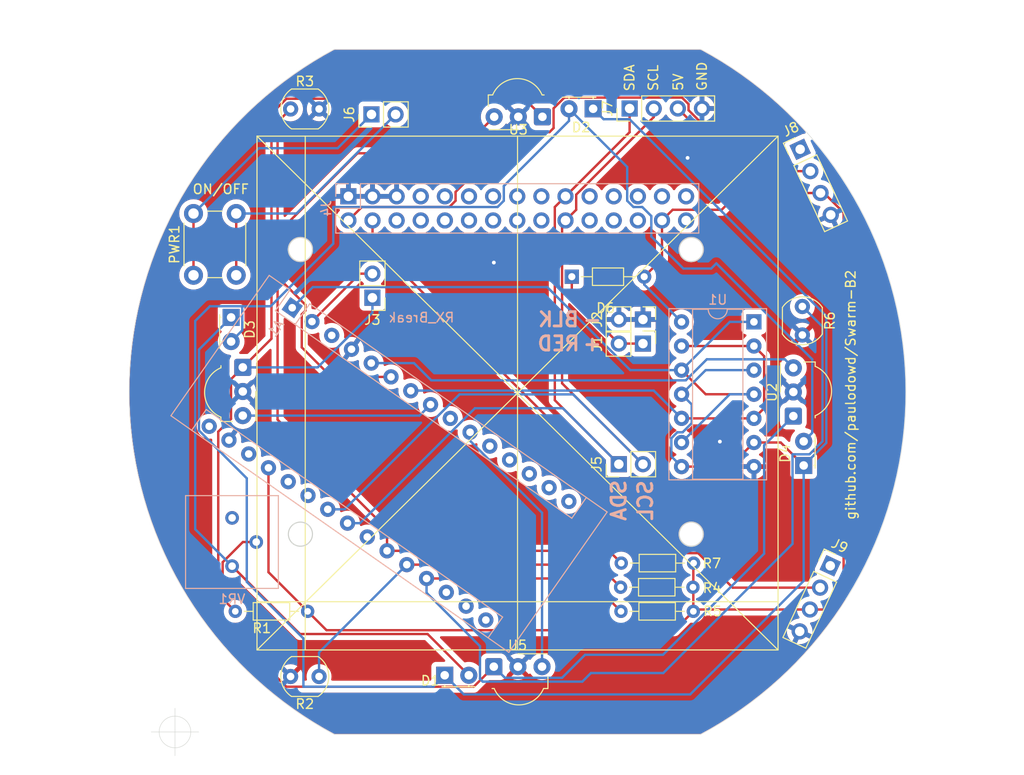
<source format=kicad_pcb>
(kicad_pcb (version 20221018) (generator pcbnew)
  (layers (0 "F.Cu" signal) (31 "B.Cu" signal) (34 "B.Paste" user) (35 "F.Paste" user) (36 "B.SilkS" user "B.Silkscreen") (37 "F.SilkS" user "F.Silkscreen") (38 "B.Mask" user) (39 "F.Mask" user) (44 "Edge.Cuts" user))
  (net 0 "")
  (net 8 "Net-(A1-D7)")
  (net 11 "Net-(A1-A5)")
  (net 12 "Net-(A1-D5)")
  (net 13 "Net-(A1-A4)")
  (net 14 "Net-(A1-D4)")
  (net 16 "Net-(A1-D3)")
  (net 17 "Net-(A1-D2)")
  (net 20 "Net-(A1-D0{slash}RX)")
  (net 22 "Net-(A1-D1{slash}TX)")
  (net 23 "Net-(D1-A)")
  (net 24 "Net-(D1-K)")
  (net 25 "Net-(D6-K)")
  (net 28 "GND")
  (net 29 "+5V")
  (net 31 "Net-(J4-Pin_2)")
  (net 32 "Net-(J4-Pin_4)")
  (net 33 "Net-(U2-OUT)")
  (net 34 "Net-(VR1-WIPER)")
  (net 58 "Net-(J6-Pad1)")
  (net 59 "Net-(J6-Pad2)")
  (net 60 "Net-(A1-A0)")
  (net 61 "Net-(A1-A1)")
  (net 62 "Net-(A1-A2)")
  (footprint "LED_THT:LED_D3.0mm_Horizontal_O1.27mm_Z2.0mm" (layer "F.Cu") (at 111.204 124.078)
    (fp_text reference "D1" (at -1.521803 0.573822) (layer "F.SilkS"))
    (fp_text value "IR_LED")
    (pad "1" thru_hole rect (at 0 0) (size 1.8 1.8) (drill 0.9) (layers "*.Cu" "*.Mask") (net 24 "Net-(D1-K)"))
    (pad "2" thru_hole circle (at 2.54 0) (size 1.8 1.8) (drill 0.9) (layers "*.Cu" "*.Mask") (net 23 "Net-(D1-A)"))
  )
  (footprint "LED_THT:LED_D3.0mm_Horizontal_O1.27mm_Z2.0mm" (layer "F.Cu") (at 126.834 64.428 180)
    (fp_text reference "D2" (at 1.27 -1.96) (layer "F.SilkS"))
    (fp_text value "IR_LED")
    (pad "1" thru_hole rect (at 0 0 180) (size 1.8 1.8) (drill 0.9) (layers "*.Cu" "*.Mask") (net 24 "Net-(D1-K)"))
    (pad "2" thru_hole circle (at 2.54 0 180) (size 1.8 1.8) (drill 0.9) (layers "*.Cu" "*.Mask") (net 23 "Net-(D1-A)"))
  )
  (footprint "LED_THT:LED_D3.0mm_Horizontal_O1.27mm_Z2.0mm" (layer "F.Cu") (at 88.714 86.398 -90)
    (fp_text reference "D3" (at 1.27 -1.96 90) (layer "F.SilkS"))
    (fp_text value "IR_LED")
    (pad "1" thru_hole rect (at 0 0 270) (size 1.8 1.8) (drill 0.9) (layers "*.Cu" "*.Mask") (net 24 "Net-(D1-K)"))
    (pad "2" thru_hole circle (at 2.54 0 270) (size 1.8 1.8) (drill 0.9) (layers "*.Cu" "*.Mask") (net 23 "Net-(D1-A)"))
  )
  (footprint "LED_THT:LED_D3.0mm_Horizontal_O1.27mm_Z2.0mm" (layer "F.Cu") (at 149.004 101.988 90)
    (fp_text reference "D4" (at 1.27 -1.96 90) (layer "F.SilkS"))
    (fp_text value "IR_LED")
    (pad "1" thru_hole rect (at 0 0 90) (size 1.8 1.8) (drill 0.9) (layers "*.Cu" "*.Mask") (net 24 "Net-(D1-K)"))
    (pad "2" thru_hole circle (at 2.54 0 90) (size 1.8 1.8) (drill 0.9) (layers "*.Cu" "*.Mask") (net 23 "Net-(D1-A)"))
  )
  (footprint "OptoDevice:Vishay_MOLD-3Pin" (layer "F.Cu") (at 89.944 91.658 -90)
    (fp_text reference "U4" hide)
    (fp_text value "TSDP34138")
    (pad "1" thru_hole roundrect (at 0 0 270) (size 1.8 1.8) (drill 0.9) (layers "*.Cu" "*.Mask") (roundrect_rratio 0.138) (net 33 "Net-(U2-OUT)"))
    (pad "2" thru_hole circle (at 2.54 0 270) (size 1.8 1.8) (drill 0.9) (layers "*.Cu" "*.Mask") (net 28 "GND"))
    (pad "3" thru_hole circle (at 5.08 0 270) (size 1.8 1.8) (drill 0.9) (layers "*.Cu" "*.Mask") (net 12 "Net-(A1-D5)"))
  )
  (footprint "Connector_PinHeader_2.54mm:PinHeader_1x02_P2.54mm_Vertical" (layer "F.Cu") (at 103.594 84.328 180)
    (fp_text reference "J3" (at 0 -2.33) (layer "F.SilkS"))
    (fp_text value "RX_Break")
    (pad "1" thru_hole rect (at 0 0 180) (size 1.7 1.7) (drill 1) (layers "*.Cu" "*.Mask") (net 33 "Net-(U2-OUT)"))
    (pad "2" thru_hole oval (at 0 2.54 180) (size 1.7 1.7) (drill 1) (layers "*.Cu" "*.Mask") (net 20 "Net-(A1-D0{slash}RX)"))
  )
  (footprint "OptoDevice:R_LDR_5.0x4.1mm_P3mm_Vertical" (layer "F.Cu") (at 148.864 85.248 -90)
    (fp_text reference "R6" (at 1.5 -2.9 90) (layer "F.SilkS"))
    (fp_text value "LDR")
    (pad "1" thru_hole circle (at 0 0 270) (size 1.6 1.6) (drill 0.8) (layers "*.Cu" "*.Mask") (net 60 "Net-(A1-A0)"))
    (pad "2" thru_hole circle (at 3 0 270) (size 1.6 1.6) (drill 0.8) (layers "*.Cu" "*.Mask") (net 28 "GND"))
  )
  (footprint "Diode_THT:D_DO-34_SOD68_P7.62mm_Horizontal" (layer "F.Cu") (at 124.589 82.11)
    (fp_text reference "D6" (at 3.556 3.302) (layer "F.SilkS"))
    (fp_text value "1N5819")
    (pad "1" thru_hole rect (at 0 0) (size 1.5 1.5) (drill 0.75) (layers "*.Cu" "*.Mask") (net 25 "Net-(D6-K)"))
    (pad "2" thru_hole oval (at 7.62 0) (size 1.5 1.5) (drill 0.75) (layers "*.Cu" "*.Mask") (net 29 "+5V"))
  )
  (footprint "Connector_PinHeader_2.54mm:PinHeader_1x02_P2.54mm_Vertical" (layer "F.Cu") (at 129.54 101.854 90)
    (fp_text reference "J5" (at 0 -2.33 90) (layer "F.SilkS"))
    (fp_text value "I2C_3Pi")
    (pad "1" thru_hole rect (at 0 0 90) (size 1.7 1.7) (drill 1) (layers "*.Cu" "*.Mask") (net 13 "Net-(A1-A4)"))
    (pad "2" thru_hole oval (at 0 2.54 90) (size 1.7 1.7) (drill 1) (layers "*.Cu" "*.Mask") (net 11 "Net-(A1-A5)"))
  )
  (footprint "Connector_PinHeader_2.54mm:PinHeader_1x02_P2.54mm_Vertical" (layer "F.Cu") (at 132.08 86.614 -90)
    (fp_text reference "J2" (at 0 4.826 90) (layer "F.SilkS"))
    (fp_text value "GND_3Pi")
    (pad "1" thru_hole rect (at 0 0 270) (size 1.7 1.7) (drill 1) (layers "*.Cu" "*.Mask") (net 28 "GND"))
    (pad "2" thru_hole oval (at 0 2.54 270) (size 1.7 1.7) (drill 1) (layers "*.Cu" "*.Mask") (net 28 "GND"))
  )
  (footprint "Connector_PinHeader_2.54mm:PinHeader_1x02_P2.54mm_Vertical" (layer "F.Cu") (at 132.08 89.154 -90)
    (fp_text reference "J1" (at 0 4.826 90) (layer "F.SilkS"))
    (fp_text value "5v_3Pi")
    (pad "1" thru_hole rect (at 0 0 270) (size 1.7 1.7) (drill 1) (layers "*.Cu" "*.Mask") (net 25 "Net-(D6-K)"))
    (pad "2" thru_hole oval (at 0 2.54 270) (size 1.7 1.7) (drill 1) (layers "*.Cu" "*.Mask") (net 25 "Net-(D6-K)"))
  )
  (footprint "Resistor_THT:R_Axial_DIN0204_L3.6mm_D1.6mm_P7.62mm_Horizontal" (layer "F.Cu") (at 96.774 117.348 180)
    (fp_text reference "R1" (at 4.826 -1.778) (layer "F.SilkS"))
    (fp_text value "15R_IRLED")
    (pad "1" thru_hole circle (at 0 0 180) (size 1.4 1.4) (drill 0.7) (layers "*.Cu" "*.Mask") (net 29 "+5V"))
    (pad "2" thru_hole oval (at 7.62 0 180) (size 1.4 1.4) (drill 0.7) (layers "*.Cu" "*.Mask") (net 34 "Net-(VR1-WIPER)"))
  )
  (footprint "Resistor_THT:R_Axial_DIN0204_L3.6mm_D1.6mm_P7.62mm_Horizontal" (layer "F.Cu") (at 137.384 117.348 180)
    (fp_text reference "R5" (at -2.02 0) (layer "F.SilkS"))
    (fp_text value "10K_LDR")
    (pad "1" thru_hole circle (at 0 0 180) (size 1.4 1.4) (drill 0.7) (layers "*.Cu" "*.Mask") (net 29 "+5V"))
    (pad "2" thru_hole oval (at 7.62 0 180) (size 1.4 1.4) (drill 0.7) (layers "*.Cu" "*.Mask") (net 60 "Net-(A1-A0)"))
  )
  (footprint "Connector_PinHeader_2.54mm:PinHeader_1x02_P2.54mm_Vertical" (layer "F.Cu") (at 103.492 65.024 90)
    (fp_text reference "J6" (at 0 -2.33 90) (layer "F.SilkS"))
    (fp_text value "3PI_SWTCH")
    (pad "1" thru_hole rect (at 0 0 90) (size 1.7 1.7) (drill 1) (layers "*.Cu" "*.Mask") (net 58 "Net-(J6-Pad1)"))
    (pad "2" thru_hole oval (at 0 2.54 90) (size 1.7 1.7) (drill 1) (layers "*.Cu" "*.Mask") (net 59 "Net-(J6-Pad2)"))
  )
  (footprint "Button_Switch_THT:SW_PUSH_6mm" (layer "F.Cu") (at 84.754 81.958 90)
    (fp_text reference "PWR1" (at 3.25 -2 90) (layer "F.SilkS"))
    (fp_text value "Bttn")
    (pad "1" thru_hole circle (at 0 0 180) (size 2 2) (drill 1.1) (layers "*.Cu" "*.Mask") (net 58 "Net-(J6-Pad1)"))
    (pad "1" thru_hole circle (at 6.5 0 180) (size 2 2) (drill 1.1) (layers "*.Cu" "*.Mask") (net 58 "Net-(J6-Pad1)"))
    (pad "2" thru_hole circle (at 0 4.5 180) (size 2 2) (drill 1.1) (layers "*.Cu" "*.Mask") (net 59 "Net-(J6-Pad2)"))
    (pad "2" thru_hole circle (at 6.5 4.5 180) (size 2 2) (drill 1.1) (layers "*.Cu" "*.Mask") (net 59 "Net-(J6-Pad2)"))
  )
  (footprint "OptoDevice:R_LDR_5.0x4.1mm_P3mm_Vertical" (layer "F.Cu") (at 94.979 64.448)
    (fp_text reference "R3" (at 1.5 -2.9) (layer "F.SilkS"))
    (fp_text value "LDR")
    (pad "1" thru_hole circle (at 0 0) (size 1.6 1.6) (drill 0.8) (layers "*.Cu" "*.Mask") (net 62 "Net-(A1-A2)"))
    (pad "2" thru_hole circle (at 3 0) (size 1.6 1.6) (drill 0.8) (layers "*.Cu" "*.Mask") (net 28 "GND"))
  )
  (footprint "Connector_PinHeader_2.54mm:PinHeader_1x04_P2.54mm_Vertical" (layer "F.Cu") (at 130.674 64.4 90)
    (fp_text reference "J7" (at 0 -2.33 90) (layer "F.SilkS"))
    (fp_text value "I2C_Exp")
    (pad "1" thru_hole rect (at 0 0 90) (size 1.7 1.7) (drill 1) (layers "*.Cu" "*.Mask") (net 13 "Net-(A1-A4)"))
    (pad "2" thru_hole oval (at 0 2.54 90) (size 1.7 1.7) (drill 1) (layers "*.Cu" "*.Mask") (net 11 "Net-(A1-A5)"))
    (pad "3" thru_hole oval (at 0 5.08 90) (size 1.7 1.7) (drill 1) (layers "*.Cu" "*.Mask") (net 29 "+5V"))
    (pad "4" thru_hole oval (at 0 7.62 90) (size 1.7 1.7) (drill 1) (layers "*.Cu" "*.Mask") (net 28 "GND"))
  )
  (footprint "Resistor_THT:R_Axial_DIN0204_L3.6mm_D1.6mm_P7.62mm_Horizontal" (layer "F.Cu") (at 137.414 112.268 180)
    (fp_text reference "R7" (at -1.915 -0.03) (layer "F.SilkS"))
    (fp_text value "10K_LDR")
    (pad "1" thru_hole circle (at 0 0 180) (size 1.4 1.4) (drill 0.7) (layers "*.Cu" "*.Mask") (net 29 "+5V"))
    (pad "2" thru_hole oval (at 7.62 0 180) (size 1.4 1.4) (drill 0.7) (layers "*.Cu" "*.Mask") (net 62 "Net-(A1-A2)"))
  )
  (footprint "OptoDevice:R_LDR_5.0x4.1mm_P3mm_Vertical" (layer "F.Cu") (at 97.974 124.208 180)
    (fp_text reference "R2" (at 1.5 -2.9) (layer "F.SilkS"))
    (fp_text value "LDR")
    (pad "1" thru_hole circle (at 0 0 180) (size 1.6 1.6) (drill 0.8) (layers "*.Cu" "*.Mask") (net 61 "Net-(A1-A1)"))
    (pad "2" thru_hole circle (at 3 0 180) (size 1.6 1.6) (drill 0.8) (layers "*.Cu" "*.Mask") (net 28 "GND"))
  )
  (footprint "Resistor_THT:R_Axial_DIN0204_L3.6mm_D1.6mm_P7.62mm_Horizontal" (layer "F.Cu") (at 137.344 114.808 180)
    (fp_text reference "R4" (at -2.01 -0.09) (layer "F.SilkS"))
    (fp_text value "10K_LDR")
    (pad "1" thru_hole circle (at 0 0 180) (size 1.4 1.4) (drill 0.7) (layers "*.Cu" "*.Mask") (net 29 "+5V"))
    (pad "2" thru_hole oval (at 7.62 0 180) (size 1.4 1.4) (drill 0.7) (layers "*.Cu" "*.Mask") (net 61 "Net-(A1-A1)"))
  )
  (footprint "Connector_PinHeader_2.54mm:PinHeader_1x04_P2.54mm_Vertical" (layer "F.Cu") (at 148.633649 68.693935 25)
    (fp_text reference "J8" (at 0 -2.33 25) (layer "F.SilkS"))
    (fp_text value "ProxA")
    (pad "1" thru_hole rect (at 0 0 25) (size 1.7 1.7) (drill 1) (layers "*.Cu" "*.Mask"))
    (pad "2" thru_hole oval (at 0 2.54 25) (size 1.7 1.7) (drill 1) (layers "*.Cu" "*.Mask") (net 31 "Net-(J4-Pin_2)"))
    (pad "3" thru_hole oval (at 0 5.08 25) (size 1.7 1.7) (drill 1) (layers "*.Cu" "*.Mask") (net 29 "+5V"))
    (pad "4" thru_hole oval (at 0 7.62 25) (size 1.7 1.7) (drill 1) (layers "*.Cu" "*.Mask") (net 28 "GND"))
  )
  (footprint "OptoDevice:Vishay_MOLD-3Pin" (layer "F.Cu") (at 116.374 123.173)
    (fp_text reference "U5" (at 2.5 -2.25) (layer "F.SilkS"))
    (fp_text value "TSDP34138")
    (pad "1" thru_hole roundrect (at 0 0) (size 1.8 1.8) (drill 0.9) (layers "*.Cu" "*.Mask") (roundrect_rratio 0.138) (net 33 "Net-(U2-OUT)"))
    (pad "2" thru_hole circle (at 2.54 0) (size 1.8 1.8) (drill 0.9) (layers "*.Cu" "*.Mask") (net 28 "GND"))
    (pad "3" thru_hole circle (at 5.08 0) (size 1.8 1.8) (drill 0.9) (layers "*.Cu" "*.Mask") (net 8 "Net-(A1-D7)"))
  )
  (footprint "Connector_PinHeader_2.54mm:PinHeader_1x04_P2.54mm_Vertical" (layer "F.Cu") (at 151.804 112.55 -25)
    (fp_text reference "J9" (at 0 -2.33 155) (layer "F.SilkS"))
    (fp_text value "ProxB")
    (pad "1" thru_hole rect (at 0 0 335) (size 1.7 1.7) (drill 1) (layers "*.Cu" "*.Mask"))
    (pad "2" thru_hole oval (at 0 2.54 335) (size 1.7 1.7) (drill 1) (layers "*.Cu" "*.Mask") (net 32 "Net-(J4-Pin_4)"))
    (pad "3" thru_hole oval (at 0 5.08 335) (size 1.7 1.7) (drill 1) (layers "*.Cu" "*.Mask") (net 29 "+5V"))
    (pad "4" thru_hole oval (at 0 7.62 335) (size 1.7 1.7) (drill 1) (layers "*.Cu" "*.Mask") (net 28 "GND"))
  )
  (footprint "OptoDevice:Vishay_MOLD-3Pin" (layer "F.Cu") (at 121.494 65.273 180)
    (fp_text reference "U3" (at 2.54 -1.36) (layer "F.SilkS"))
    (fp_text value "TSDP34138")
    (pad "1" thru_hole roundrect (at 0 0 180) (size 1.8 1.8) (drill 0.9) (layers "*.Cu" "*.Mask") (roundrect_rratio 0.138) (net 33 "Net-(U2-OUT)"))
    (pad "2" thru_hole circle (at 2.54 0 180) (size 1.8 1.8) (drill 0.9) (layers "*.Cu" "*.Mask") (net 28 "GND"))
    (pad "3" thru_hole circle (at 5.08 0 180) (size 1.8 1.8) (drill 0.9) (layers "*.Cu" "*.Mask") (net 16 "Net-(A1-D3)"))
  )
  (footprint "OptoDevice:Vishay_MOLD-3Pin" (layer "F.Cu") (at 147.914 96.788 90)
    (fp_text reference "U2" (at 2.5 -2.25 90) (layer "F.SilkS"))
    (fp_text value "TSDP34138")
    (pad "1" thru_hole roundrect (at 0 0 90) (size 1.8 1.8) (drill 0.9) (layers "*.Cu" "*.Mask") (roundrect_rratio 0.138) (net 33 "Net-(U2-OUT)"))
    (pad "2" thru_hole circle (at 2.54 0 90) (size 1.8 1.8) (drill 0.9) (layers "*.Cu" "*.Mask") (net 28 "GND"))
    (pad "3" thru_hole circle (at 5.08 0 90) (size 1.8 1.8) (drill 0.9) (layers "*.Cu" "*.Mask") (net 17 "Net-(A1-D2)"))
  )
  (footprint "Module:Arduino_Nano" (layer "B.Cu") (at 95.148197 85.378397 -125)
    (fp_text reference "A1" (at 2.760458 0.159755 55) (layer "B.SilkS") (effects (justify mirror)))
    (fp_text value "Arduino_Nano_v3.x")
    (pad "1" thru_hole rect (at 0 0 235) (size 1.6 1.6) (drill 0.8) (layers "*.Cu" "*.Mask") (net 22 "Net-(A1-D1{slash}TX)"))
    (pad "2" thru_hole oval (at 0 -2.54 235) (size 1.6 1.6) (drill 0.8) (layers "*.Cu" "*.Mask") (net 20 "Net-(A1-D0{slash}RX)"))
    (pad "3" thru_hole oval (at 0 -5.08 235) (size 1.6 1.6) (drill 0.8) (layers "*.Cu" "*.Mask"))
    (pad "4" thru_hole oval (at 0 -7.62 235) (size 1.6 1.6) (drill 0.8) (layers "*.Cu" "*.Mask") (net 28 "GND"))
    (pad "5" thru_hole oval (at 0 -10.16 235) (size 1.6 1.6) (drill 0.8) (layers "*.Cu" "*.Mask") (net 17 "Net-(A1-D2)"))
    (pad "6" thru_hole oval (at 0 -12.7 235) (size 1.6 1.6) (drill 0.8) (layers "*.Cu" "*.Mask") (net 16 "Net-(A1-D3)"))
    (pad "7" thru_hole oval (at 0 -15.24 235) (size 1.6 1.6) (drill 0.8) (layers "*.Cu" "*.Mask") (net 14 "Net-(A1-D4)"))
    (pad "8" thru_hole oval (at 0 -17.78 235) (size 1.6 1.6) (drill 0.8) (layers "*.Cu" "*.Mask") (net 12 "Net-(A1-D5)"))
    (pad "9" thru_hole oval (at 0 -20.32 235) (size 1.6 1.6) (drill 0.8) (layers "*.Cu" "*.Mask"))
    (pad "10" thru_hole oval (at 0 -22.86 235) (size 1.6 1.6) (drill 0.8) (layers "*.Cu" "*.Mask") (net 8 "Net-(A1-D7)"))
    (pad "11" thru_hole oval (at 0 -25.4 235) (size 1.6 1.6) (drill 0.8) (layers "*.Cu" "*.Mask"))
    (pad "12" thru_hole oval (at 0 -27.94 235) (size 1.6 1.6) (drill 0.8) (layers "*.Cu" "*.Mask"))
    (pad "13" thru_hole oval (at 0 -30.48 235) (size 1.6 1.6) (drill 0.8) (layers "*.Cu" "*.Mask"))
    (pad "14" thru_hole oval (at 0 -33.02 235) (size 1.6 1.6) (drill 0.8) (layers "*.Cu" "*.Mask"))
    (pad "15" thru_hole oval (at 0 -35.56 235) (size 1.6 1.6) (drill 0.8) (layers "*.Cu" "*.Mask"))
    (pad "16" thru_hole oval (at 15.24 -35.56 235) (size 1.6 1.6) (drill 0.8) (layers "*.Cu" "*.Mask"))
    (pad "17" thru_hole oval (at 15.24 -33.02 235) (size 1.6 1.6) (drill 0.8) (layers "*.Cu" "*.Mask"))
    (pad "18" thru_hole oval (at 15.24 -30.48 235) (size 1.6 1.6) (drill 0.8) (layers "*.Cu" "*.Mask"))
    (pad "19" thru_hole oval (at 15.24 -27.94 235) (size 1.6 1.6) (drill 0.8) (layers "*.Cu" "*.Mask") (net 60 "Net-(A1-A0)"))
    (pad "20" thru_hole oval (at 15.24 -25.4 235) (size 1.6 1.6) (drill 0.8) (layers "*.Cu" "*.Mask") (net 61 "Net-(A1-A1)"))
    (pad "21" thru_hole oval (at 15.24 -22.86 235) (size 1.6 1.6) (drill 0.8) (layers "*.Cu" "*.Mask") (net 62 "Net-(A1-A2)"))
    (pad "22" thru_hole oval (at 15.24 -20.32 235) (size 1.6 1.6) (drill 0.8) (layers "*.Cu" "*.Mask"))
    (pad "23" thru_hole oval (at 15.24 -17.78 235) (size 1.6 1.6) (drill 0.8) (layers "*.Cu" "*.Mask") (net 13 "Net-(A1-A4)"))
    (pad "24" thru_hole oval (at 15.24 -15.24 235) (size 1.6 1.6) (drill 0.8) (layers "*.Cu" "*.Mask") (net 11 "Net-(A1-A5)"))
    (pad "25" thru_hole oval (at 15.24 -12.7 235) (size 1.6 1.6) (drill 0.8) (layers "*.Cu" "*.Mask"))
    (pad "26" thru_hole oval (at 15.24 -10.16 235) (size 1.6 1.6) (drill 0.8) (layers "*.Cu" "*.Mask"))
    (pad "27" thru_hole oval (at 15.24 -7.62 235) (size 1.6 1.6) (drill 0.8) (layers "*.Cu" "*.Mask") (net 29 "+5V"))
    (pad "28" thru_hole oval (at 15.24 -5.08 235) (size 1.6 1.6) (drill 0.8) (layers "*.Cu" "*.Mask"))
    (pad "29" thru_hole oval (at 15.24 -2.54 235) (size 1.6 1.6) (drill 0.8) (layers "*.Cu" "*.Mask") (net 28 "GND"))
    (pad "30" thru_hole oval (at 15.24 0 235) (size 1.6 1.6) (drill 0.8) (layers "*.Cu" "*.Mask"))
  )
  (footprint "Package_DIP:DIP-14_W7.62mm_Socket" (layer "B.Cu") (at 143.764 86.868 180)
    (fp_text reference "U1" (at 3.81 2.33) (layer "B.SilkS") (effects (justify mirror)))
    (fp_text value "74LS32")
    (pad "1" thru_hole rect (at 0 0 180) (size 1.6 1.6) (drill 0.8) (layers "*.Cu" "*.Mask") (net 22 "Net-(A1-D1{slash}TX)"))
    (pad "2" thru_hole oval (at 0 -2.54 180) (size 1.6 1.6) (drill 0.8) (layers "*.Cu" "*.Mask") (net 14 "Net-(A1-D4)"))
    (pad "3" thru_hole oval (at 0 -5.08 180) (size 1.6 1.6) (drill 0.8) (layers "*.Cu" "*.Mask") (net 24 "Net-(D1-K)"))
    (pad "4" thru_hole oval (at 0 -7.62 180) (size 1.6 1.6) (drill 0.8) (layers "*.Cu" "*.Mask") (net 22 "Net-(A1-D1{slash}TX)"))
    (pad "5" thru_hole oval (at 0 -10.16 180) (size 1.6 1.6) (drill 0.8) (layers "*.Cu" "*.Mask") (net 14 "Net-(A1-D4)"))
    (pad "6" thru_hole oval (at 0 -12.7 180) (size 1.6 1.6) (drill 0.8) (layers "*.Cu" "*.Mask") (net 24 "Net-(D1-K)"))
    (pad "7" thru_hole oval (at 0 -15.24 180) (size 1.6 1.6) (drill 0.8) (layers "*.Cu" "*.Mask") (net 28 "GND"))
    (pad "8" thru_hole oval (at 7.62 -15.24 180) (size 1.6 1.6) (drill 0.8) (layers "*.Cu" "*.Mask") (net 24 "Net-(D1-K)"))
    (pad "9" thru_hole oval (at 7.62 -12.7 180) (size 1.6 1.6) (drill 0.8) (layers "*.Cu" "*.Mask") (net 22 "Net-(A1-D1{slash}TX)"))
    (pad "10" thru_hole oval (at 7.62 -10.16 180) (size 1.6 1.6) (drill 0.8) (layers "*.Cu" "*.Mask") (net 14 "Net-(A1-D4)"))
    (pad "11" thru_hole oval (at 7.62 -7.62 180) (size 1.6 1.6) (drill 0.8) (layers "*.Cu" "*.Mask") (net 24 "Net-(D1-K)"))
    (pad "12" thru_hole oval (at 7.62 -5.08 180) (size 1.6 1.6) (drill 0.8) (layers "*.Cu" "*.Mask") (net 22 "Net-(A1-D1{slash}TX)"))
    (pad "13" thru_hole oval (at 7.62 -2.54 180) (size 1.6 1.6) (drill 0.8) (layers "*.Cu" "*.Mask") (net 14 "Net-(A1-D4)"))
    (pad "14" thru_hole oval (at 7.62 0 180) (size 1.6 1.6) (drill 0.8) (layers "*.Cu" "*.Mask") (net 29 "+5V"))
  )
  (footprint "Potentiometer_THT:Potentiometer_Bourns_3386P_Vertical" (layer "B.Cu") (at 88.819 107.508)
    (fp_text reference "VR1" (at -0.015 8.555) (layer "B.SilkS") (effects (justify mirror)))
    (fp_text value "1K_Pot_IRLED")
    (pad "1" thru_hole circle (at 0 0) (size 1.44 1.44) (drill 0.8) (layers "*.Cu" "*.Mask"))
    (pad "2" thru_hole circle (at 2.54 2.54) (size 1.44 1.44) (drill 0.8) (layers "*.Cu" "*.Mask") (net 34 "Net-(VR1-WIPER)"))
    (pad "3" thru_hole circle (at 0 5.08) (size 1.44 1.44) (drill 0.8) (layers "*.Cu" "*.Mask") (net 23 "Net-(D1-A)"))
  )
  (footprint "Connector_PinHeader_2.54mm:PinHeader_2x15_P2.54mm_Vertical" (layer "B.Cu") (at 101.064 73.648 -90)
    (fp_text reference "J4" (at 1.27 2.33 90) (layer "B.SilkS") (effects (justify mirror)))
    (fp_text value "Conn_02x15_Top_Bottom")
    (pad "1" thru_hole rect (at 0 0 270) (size 1.7 1.7) (drill 1) (layers "*.Cu" "*.Mask") (net 28 "GND"))
    (pad "2" thru_hole oval (at 2.54 0 270) (size 1.7 1.7) (drill 1) (layers "*.Cu" "*.Mask") (net 31 "Net-(J4-Pin_2)"))
    (pad "3" thru_hole oval (at 0 -2.54 270) (size 1.7 1.7) (drill 1) (layers "*.Cu" "*.Mask") (net 28 "GND"))
    (pad "4" thru_hole oval (at 2.54 -2.54 270) (size 1.7 1.7) (drill 1) (layers "*.Cu" "*.Mask") (net 32 "Net-(J4-Pin_4)"))
    (pad "5" thru_hole oval (at 0 -5.08 270) (size 1.7 1.7) (drill 1) (layers "*.Cu" "*.Mask") (net 28 "GND"))
    (pad "6" thru_hole oval (at 2.54 -5.08 270) (size 1.7 1.7) (drill 1) (layers "*.Cu" "*.Mask"))
    (pad "7" thru_hole oval (at 0 -7.62 270) (size 1.7 1.7) (drill 1) (layers "*.Cu" "*.Mask"))
    (pad "8" thru_hole oval (at 2.54 -7.62 270) (size 1.7 1.7) (drill 1) (layers "*.Cu" "*.Mask"))
    (pad "9" thru_hole oval (at 0 -10.16 270) (size 1.7 1.7) (drill 1) (layers "*.Cu" "*.Mask"))
    (pad "10" thru_hole oval (at 2.54 -10.16 270) (size 1.7 1.7) (drill 1) (layers "*.Cu" "*.Mask"))
    (pad "11" thru_hole oval (at 0 -12.7 270) (size 1.7 1.7) (drill 1) (layers "*.Cu" "*.Mask"))
    (pad "12" thru_hole oval (at 2.54 -12.7 270) (size 1.7 1.7) (drill 1) (layers "*.Cu" "*.Mask"))
    (pad "13" thru_hole oval (at 0 -15.24 270) (size 1.7 1.7) (drill 1) (layers "*.Cu" "*.Mask"))
    (pad "14" thru_hole oval (at 2.54 -15.24 270) (size 1.7 1.7) (drill 1) (layers "*.Cu" "*.Mask"))
    (pad "15" thru_hole oval (at 0 -17.78 270) (size 1.7 1.7) (drill 1) (layers "*.Cu" "*.Mask"))
    (pad "16" thru_hole oval (at 2.54 -17.78 270) (size 1.7 1.7) (drill 1) (layers "*.Cu" "*.Mask"))
    (pad "17" thru_hole oval (at 0 -20.32 270) (size 1.7 1.7) (drill 1) (layers "*.Cu" "*.Mask"))
    (pad "18" thru_hole oval (at 2.54 -20.32 270) (size 1.7 1.7) (drill 1) (layers "*.Cu" "*.Mask"))
    (pad "19" thru_hole oval (at 0 -22.86 270) (size 1.7 1.7) (drill 1) (layers "*.Cu" "*.Mask") (net 13 "Net-(A1-A4)"))
    (pad "20" thru_hole oval (at 2.54 -22.86 270) (size 1.7 1.7) (drill 1) (layers "*.Cu" "*.Mask") (net 11 "Net-(A1-A5)"))
    (pad "21" thru_hole oval (at 0 -25.4 270) (size 1.7 1.7) (drill 1) (layers "*.Cu" "*.Mask"))
    (pad "22" thru_hole oval (at 2.54 -25.4 270) (size 1.7 1.7) (drill 1) (layers "*.Cu" "*.Mask"))
    (pad "23" thru_hole oval (at 0 -27.94 270) (size 1.7 1.7) (drill 1) (layers "*.Cu" "*.Mask"))
    (pad "24" thru_hole oval (at 2.54 -27.94 270) (size 1.7 1.7) (drill 1) (layers "*.Cu" "*.Mask"))
    (pad "25" thru_hole oval (at 0 -30.48 270) (size 1.7 1.7) (drill 1) (layers "*.Cu" "*.Mask"))
    (pad "26" thru_hole oval (at 2.54 -30.48 270) (size 1.7 1.7) (drill 1) (layers "*.Cu" "*.Mask"))
    (pad "27" thru_hole oval (at 0 -33.02 270) (size 1.7 1.7) (drill 1) (layers "*.Cu" "*.Mask"))
    (pad "28" thru_hole oval (at 2.54 -33.02 270) (size 1.7 1.7) (drill 1) (layers "*.Cu" "*.Mask") (net 29 "+5V"))
    (pad "29" thru_hole oval (at 0 -35.56 270) (size 1.7 1.7) (drill 1) (layers "*.Cu" "*.Mask"))
    (pad "30" thru_hole oval (at 2.54 -35.56 270) (size 1.7 1.7) (drill 1) (layers "*.Cu" "*.Mask"))
  )
  (gr_line (start 91.44 67.31) (end 91.44 121.412) (stroke (width 0.12)) (layer "F.SilkS"))
  (gr_line (start 146.304 67.31) (end 146.304 121.412) (stroke (width 0.12)) (layer "F.SilkS"))
  (gr_line (start 91.44 121.412) (end 146.304 67.31) (stroke (width 0.12)) (layer "F.SilkS"))
  (gr_line (start 96.52 67.31) (end 96.52 121.412) (stroke (width 0.12)) (layer "F.SilkS"))
  (gr_line (start 118.872 67.31) (end 118.872 121.412) (stroke (width 0.12)) (layer "F.SilkS"))
  (gr_line (start 91.44 116.332) (end 146.304 116.332) (stroke (width 0.12)) (layer "F.SilkS"))
  (gr_line (start 91.44 67.31) (end 146.304 67.31) (stroke (width 0.12)) (layer "F.SilkS"))
  (gr_line (start 91.44 121.412) (end 146.304 121.412) (stroke (width 0.12)) (layer "F.SilkS"))
  (gr_line (start 91.44 67.31) (end 146.304 121.412) (stroke (width 0.12)) (layer "F.SilkS"))
  (gr_circle (center 96.012 79.248) (end 97.282 79.248) (stroke (width 0.12)) (fill none) (layer "Edge.Cuts"))
  (gr_line (start 99.568001 58.166) (end 138.176 58.166) (stroke (width 0.05)) (layer "Edge.Cuts"))
  (gr_circle (center 137.16 109.22) (end 138.43 109.22) (stroke (width 0.12)) (fill none) (layer "Edge.Cuts"))
  (gr_arc (start 99.568 130.301999) (mid 77.963016 94.234) (end 99.568001 58.166001) (stroke (width 0.05)) (layer "Edge.Cuts"))
  (gr_circle (center 96.012 109.22) (end 97.282 109.22) (stroke (width 0.12)) (fill none) (layer "Edge.Cuts"))
  (gr_line (start 138.175999 130.301999) (end 99.568 130.301999) (stroke (width 0.05)) (layer "Edge.Cuts"))
  (gr_circle (center 137.16 79.248) (end 138.43 79.248) (stroke (width 0.12)) (fill none) (layer "Edge.Cuts"))
  (gr_arc (start 138.176 58.166001) (mid 159.780984 94.234) (end 138.175999 130.301999) (stroke (width 0.05)) (layer "Edge.Cuts"))
  (gr_text "SDA" (at 129.54 105.664 90) (layer "B.SilkS") (effects (font (size 1.5 1.5) (thickness 0.3)) (justify mirror)))
  (gr_text "-" (at 126.746 86.614) (layer "B.SilkS") (effects (font (size 1.5 1.5) (thickness 0.3))))
  (gr_text "+" (at 126.746 89.154) (layer "B.SilkS") (effects (font (size 1.5 1.5) (thickness 0.3))))
  (gr_text "RX_Break" (at 112.304 87) (layer "B.SilkS") (effects (font (size 1 1)) (justify left bottom mirror)))
  (gr_text "RED" (at 123.19 89.154) (layer "B.SilkS") (effects (font (size 1.5 1.5) (thickness 0.3)) (justify mirror)))
  (gr_text "SCL" (at 132.334 105.664 90) (layer "B.SilkS") (effects (font (size 1.5 1.5) (thickness 0.3)) (justify mirror)))
  (gr_text "BLK" (at 123.19 86.614) (layer "B.SilkS") (effects (font (size 1.5 1.5) (thickness 0.3)) (justify mirror)))
  (gr_text "github.com/paulodowd/Swarm-B2" (at 153.954 94.55 90) (layer "F.SilkS") (effects (font (size 1 1))))
  (gr_text "SDA" (at 131.254 62.675 90) (layer "F.SilkS") (effects (font (size 1 1)) (justify left bottom)))
  (gr_text "GND" (at 138.879 62.625 90) (layer "F.SilkS") (effects (font (size 1 1)) (justify left bottom)))
  (gr_text "ON/OFF" (at 87.63 72.898) (layer "F.SilkS") (effects (font (size 1 1))))
  (gr_text "SCL" (at 133.754 62.65 90) (layer "F.SilkS") (effects (font (size 1 1)) (justify left bottom)))
  (gr_text "5V" (at 136.379 62.625 90) (layer "F.SilkS") (effects (font (size 1 1)) (justify left bottom)))
  (target plus (at 82.804 130.048) (size 5) (width 0.05) (layer "Edge.Cuts"))
  (segment (start 121.454 123.173) (end 121.454 106.966859) (width 0.25) (layer "B.Cu") (net 8))
  (segment (start 121.454 106.966859) (end 113.874013 99.386872) (width 0.25) (layer "B.Cu") (net 8))
  (segment (start 113.874013 99.386872) (end 113.874013 98.490354) (width 0.25) (layer "B.Cu") (net 8))
  (segment (start 125.049 73.472009) (end 125.049 75.063) (width 0.25) (layer "F.Cu") (net 11))
  (segment (start 125.049 75.063) (end 123.924 76.188) (width 0.25) (layer "F.Cu") (net 11))
  (segment (start 123.564 93.338) (end 123.564 76.548) (width 0.25) (layer "F.Cu") (net 11))
  (segment (start 133.214 65.307009) (end 125.049 73.472009) (width 0.25) (layer "F.Cu") (net 11))
  (segment (start 123.564 76.548) (end 123.924 76.188) (width 0.25) (layer "F.Cu") (net 11))
  (segment (start 133.214 64.4) (end 133.214 65.307009) (width 0.25) (layer "F.Cu") (net 11))
  (segment (start 132.08 101.854) (end 123.564 93.338) (width 0.25) (layer "F.Cu") (net 11))
  (segment (start 132.08 101.854) (end 124.727586 94.501586) (width 0.25) (layer "B.Cu") (net 11))
  (segment (start 100.660421 106.603579) (end 98.890769 106.603579) (width 0.25) (layer "B.Cu") (net 11))
  (segment (start 124.727586 94.501586) (end 112.762414 94.501586) (width 0.25) (layer "B.Cu") (net 11))
  (segment (start 112.762414 94.501586) (end 100.660421 106.603579) (width 0.25) (layer "B.Cu") (net 11))
  (segment (start 89.944 96.738) (end 108.551306 96.738) (width 0.25) (layer "B.Cu") (net 12))
  (segment (start 108.551306 96.738) (end 109.71272 95.576586) (width 0.25) (layer "B.Cu") (net 12))
  (segment (start 130.674 66.898) (end 123.924 73.648) (width 0.25) (layer "F.Cu") (net 13))
  (segment (start 130.674 64.4) (end 130.674 66.898) (width 0.25) (layer "F.Cu") (net 13))
  (segment (start 122.799 74.773) (end 123.924 73.648) (width 0.25) (layer "F.Cu") (net 13))
  (segment (start 129.54 101.854) (end 122.799 95.113) (width 0.25) (layer "F.Cu") (net 13))
  (segment (start 122.799 95.113) (end 122.799 74.773) (width 0.25) (layer "F.Cu") (net 13))
  (segment (start 102.286654 108.060463) (end 100.971415 108.060463) (width 0.25) (layer "B.Cu") (net 13))
  (segment (start 129.54 101.854) (end 123.64447 95.95847) (width 0.25) (layer "B.Cu") (net 13))
  (segment (start 114.388647 95.95847) (end 102.286654 108.060463) (width 0.25) (layer "B.Cu") (net 13))
  (segment (start 123.64447 95.95847) (end 114.388647 95.95847) (width 0.25) (layer "B.Cu") (net 13))
  (segment (start 144.839 95.953) (end 143.764 97.028) (width 0.25) (layer "F.Cu") (net 14))
  (segment (start 143.764 97.028) (end 136.144 97.028) (width 0.25) (layer "F.Cu") (net 14))
  (segment (start 143.764 89.408) (end 144.839 90.483) (width 0.25) (layer "F.Cu") (net 14))
  (segment (start 136.144 89.408) (end 143.764 89.408) (width 0.25) (layer "F.Cu") (net 14))
  (segment (start 144.839 90.483) (end 144.839 95.953) (width 0.25) (layer "F.Cu") (net 14))
  (segment (start 133.217586 94.101586) (end 136.144 97.028) (width 0.25) (layer "B.Cu") (net 14))
  (segment (start 107.632074 94.119702) (end 107.65019 94.101586) (width 0.25) (layer "B.Cu") (net 14))
  (segment (start 107.65019 94.101586) (end 133.217586 94.101586) (width 0.25) (layer "B.Cu") (net 14))
  (segment (start 105.551428 92.662818) (end 99.266818 92.662818) (width 0.25) (layer "F.Cu") (net 16))
  (segment (start 96.53738 85.068028) (end 94.006484 82.537132) (width 0.25) (layer "F.Cu") (net 16))
  (segment (start 94.006484 82.537132) (end 94.006484 77.131832) (width 0.25) (layer "F.Cu") (net 16))
  (segment (start 112.572 69.115) (end 102.023315 69.115) (width 0.25) (layer "F.Cu") (net 16))
  (segment (start 96.53738 85.688766) (end 96.53738 85.068028) (width 0.25) (layer "F.Cu") (net 16))
  (segment (start 94.733658 76.404658) (end 94.548666 76.589649) (width 0.25) (layer "F.Cu") (net 16))
  (segment (start 116.414 65.273) (end 112.572 69.115) (width 0.25) (layer "F.Cu") (net 16))
  (segment (start 94.006484 77.131832) (end 94.733658 76.404658) (width 0.25) (layer "F.Cu") (net 16))
  (segment (start 96.153843 86.072303) (end 96.53738 85.688766) (width 0.25) (layer "F.Cu") (net 16))
  (segment (start 102.023315 69.115) (end 94.733658 76.404658) (width 0.25) (layer "F.Cu") (net 16))
  (segment (start 99.266818 92.662818) (end 96.153843 89.549843) (width 0.25) (layer "F.Cu") (net 16))
  (segment (start 96.153843 89.549843) (end 96.153843 86.072303) (width 0.25) (layer "F.Cu") (net 16))
  (segment (start 138.80428 90.808) (end 136.58928 93.023) (width 0.25) (layer "B.Cu") (net 17))
  (segment (start 147.914 91.708) (end 147.014 90.808) (width 0.25) (layer "B.Cu") (net 17))
  (segment (start 107.969934 91.205934) (end 103.470782 91.205934) (width 0.25) (layer "B.Cu") (net 17))
  (segment (start 147.014 90.808) (end 138.80428 90.808) (width 0.25) (layer "B.Cu") (net 17))
  (segment (start 109.787 93.023) (end 107.969934 91.205934) (width 0.25) (layer "B.Cu") (net 17))
  (segment (start 136.58928 93.023) (end 109.787 93.023) (width 0.25) (layer "B.Cu") (net 17))
  (segment (start 103.594 81.788) (end 102.276124 81.788) (width 0.25) (layer "F.Cu") (net 20))
  (segment (start 102.276124 81.788) (end 97.228843 86.835281) (width 0.25) (layer "F.Cu") (net 20))
  (segment (start 138.684 94.488) (end 136.144 91.948) (width 0.25) (layer "F.Cu") (net 22))
  (segment (start 143.764 94.488) (end 138.684 94.488) (width 0.25) (layer "F.Cu") (net 22))
  (segment (start 141.224 94.488) (end 136.144 99.568) (width 0.25) (layer "B.Cu") (net 22))
  (segment (start 130.743009 91.948) (end 136.144 91.948) (width 0.25) (layer "B.Cu") (net 22))
  (segment (start 141.224 86.868) (end 136.144 91.948) (width 0.25) (layer "B.Cu") (net 22))
  (segment (start 97.323594 83.203) (end 121.998009 83.203) (width 0.25) (layer "B.Cu") (net 22))
  (segment (start 121.998009 83.203) (end 130.743009 91.948) (width 0.25) (layer "B.Cu") (net 22))
  (segment (start 143.764 94.488) (end 141.224 94.488) (width 0.25) (layer "B.Cu") (net 22))
  (segment (start 143.764 86.868) (end 141.224 86.868) (width 0.25) (layer "B.Cu") (net 22))
  (segment (start 95.148197 85.378397) (end 97.323594 83.203) (width 0.25) (layer "B.Cu") (net 22))
  (segment (start 95.964652 119.733652) (end 109.399652 119.733652) (width 0.25) (layer "F.Cu") (net 23))
  (segment (start 88.819 112.588) (end 95.964652 119.733652) (width 0.25) (layer "F.Cu") (net 23))
  (segment (start 109.399652 119.733652) (end 113.744 124.078) (width 0.25) (layer "F.Cu") (net 23))
  (segment (start 89.889 87.763) (end 88.714 88.938) (width 0.25) (layer "B.Cu") (net 23))
  (segment (start 139.263944 81.251498) (end 136.333692 81.251498) (width 0.25) (layer "B.Cu") (net 23))
  (segment (start 86.481 85.223) (end 89.889 85.223) (width 0.25) (layer "B.Cu") (net 23))
  (segment (start 124.294 64.428) (end 124.294 65.700792) (width 0.25) (layer "B.Cu") (net 23))
  (segment (start 149.904 98.548) (end 149.904 90.80828) (width 0.25) (layer "B.Cu") (net 23))
  (segment (start 99.471 74.773) (end 99.471 78.624515) (width 0.25) (layer "B.Cu") (net 23))
  (segment (start 132.959 75.722009) (end 132.009991 74.773) (width 0.25) (layer "B.Cu") (net 23))
  (segment (start 124.294 65.700792) (end 117.429 72.565792) (width 0.25) (layer "B.Cu") (net 23))
  (segment (start 117.429 74.113991) (end 116.769991 74.773) (width 0.25) (layer "B.Cu") (net 23))
  (segment (start 116.769991 74.773) (end 99.471 74.773) (width 0.25) (layer "B.Cu") (net 23))
  (segment (start 117.429 72.565792) (end 117.429 74.113991) (width 0.25) (layer "B.Cu") (net 23))
  (segment (start 136.333692 81.251498) (end 132.959 77.876806) (width 0.25) (layer "B.Cu") (net 23))
  (segment (start 139.805581 80.709861) (end 139.263944 81.251498) (width 0.25) (layer "B.Cu") (net 23))
  (segment (start 130.419 74.113991) (end 130.419 70.553) (width 0.25) (layer "B.Cu") (net 23))
  (segment (start 89.889 85.223) (end 89.889 87.763) (width 0.25) (layer "B.Cu") (net 23))
  (segment (start 132.009991 74.773) (end 131.078009 74.773) (width 0.25) (layer "B.Cu") (net 23))
  (segment (start 132.959 77.876806) (end 132.959 75.722009) (width 0.25) (layer "B.Cu") (net 23))
  (segment (start 99.471 78.624515) (end 92.872515 85.223) (width 0.25) (layer "B.Cu") (net 23))
  (segment (start 88.819 112.588) (end 84.931892 108.700892) (width 0.25) (layer "B.Cu") (net 23))
  (segment (start 131.078009 74.773) (end 130.419 74.113991) (width 0.25) (layer "B.Cu") (net 23))
  (segment (start 84.931892 86.772108) (end 86.481 85.223) (width 0.25) (layer "B.Cu") (net 23))
  (segment (start 149.904 90.80828) (end 139.805581 80.709861) (width 0.25) (layer "B.Cu") (net 23))
  (segment (start 149.004 99.448) (end 149.904 98.548) (width 0.25) (layer "B.Cu") (net 23))
  (segment (start 84.931892 108.700892) (end 84.931892 86.772108) (width 0.25) (layer "B.Cu") (net 23))
  (segment (start 130.419 70.553) (end 124.294 64.428) (width 0.25) (layer "B.Cu") (net 23))
  (segment (start 92.872515 85.223) (end 89.889 85.223) (width 0.25) (layer "B.Cu") (net 23))
  (segment (start 136.144 102.108) (end 141.224 102.108) (width 0.25) (layer "F.Cu") (net 24))
  (segment (start 143.764 99.568) (end 146.584 99.568) (width 0.25) (layer "F.Cu") (net 24))
  (segment (start 141.224 102.108) (end 143.764 99.568) (width 0.25) (layer "F.Cu") (net 24))
  (segment (start 146.584 99.568) (end 149.004 101.988) (width 0.25) (layer "F.Cu") (net 24))
  (segment (start 136.254 98.493) (end 135.69872 98.493) (width 0.25) (layer "B.Cu") (net 24))
  (segment (start 137.219 95.563) (end 137.219 97.528) (width 0.25) (layer "B.Cu") (net 24))
  (segment (start 90.364 103.339662) (end 85.331892 98.307554) (width 0.25) (layer "B.Cu") (net 24))
  (segment (start 136.144 94.488) (end 137.219 95.563) (width 0.25) (layer "B.Cu") (net 24))
  (segment (start 151.384 99.608) (end 149.004 101.988) (width 0.25) (layer "B.Cu") (net 24))
  (segment (start 135.069 99.12272) (end 135.069 101.033) (width 0.25) (layer "B.Cu") (net 24))
  (segment (start 136.144 94.488) (end 138.684 91.948) (width 0.25) (layer "B.Cu") (net 24))
  (segment (start 137.051 126.093) (end 113.219 126.093) (width 0.25) (layer "B.Cu") (net 24))
  (segment (start 90.364 114.24) (end 90.364 103.339662) (width 0.25) (layer "B.Cu") (net 24))
  (segment (start 96.327 120.203) (end 90.364 114.24) (width 0.25) (layer "B.Cu") (net 24))
  (segment (start 126.834 64.428) (end 127.931 65.525) (width 0.25) (layer "B.Cu") (net 24))
  (segment (start 135.69872 98.493) (end 135.069 99.12272) (width 0.25) (layer "B.Cu") (net 24))
  (segment (start 151.384 86.24772) (end 151.384 99.608) (width 0.25) (layer "B.Cu") (net 24))
  (segment (start 111.204 124.078) (end 113.219 126.093) (width 0.25) (layer "B.Cu") (net 24))
  (segment (start 85.331892 89.780108) (end 88.714 86.398) (width 0.25) (layer "B.Cu") (net 24))
  (segment (start 149.004 114.14) (end 137.051 126.093) (width 0.25) (layer "B.Cu") (net 24))
  (segment (start 85.331892 98.307554) (end 85.331892 89.780108) (width 0.25) (layer "B.Cu") (net 24))
  (segment (start 135.069 101.033) (end 136.144 102.108) (width 0.25) (layer "B.Cu") (net 24))
  (segment (start 96.327 125.283) (end 96.327 120.203) (width 0.25) (layer "B.Cu") (net 24))
  (segment (start 149.004 101.988) (end 149.004 114.14) (width 0.25) (layer "B.Cu") (net 24))
  (segment (start 127.931 65.525) (end 130.66128 65.525) (width 0.25) (layer "B.Cu") (net 24))
  (segment (start 137.219 97.528) (end 136.254 98.493) (width 0.25) (layer "B.Cu") (net 24))
  (segment (start 111.204 124.078) (end 109.999 125.283) (width 0.25) (layer "B.Cu") (net 24))
  (segment (start 109.999 125.283) (end 96.327 125.283) (width 0.25) (layer "B.Cu") (net 24))
  (segment (start 138.684 91.948) (end 143.764 91.948) (width 0.25) (layer "B.Cu") (net 24))
  (segment (start 130.66128 65.525) (end 151.384 86.24772) (width 0.25) (layer "B.Cu") (net 24))
  (segment (start 124.589 82.11) (end 124.589 84.203) (width 0.25) (layer "F.Cu") (net 25))
  (segment (start 124.589 84.203) (end 129.54 89.154) (width 0.25) (layer "F.Cu") (net 25))
  (segment (start 132.08 89.154) (end 129.54 89.154) (width 0.25) (layer "F.Cu") (net 25))
  (via (at 116.379 80.625) (size 0.7) (drill 0.4) (layers "F.Cu" "B.Cu") (net 28))
  (via (at 140.179 99.475) (size 0.7) (drill 0.4) (layers "F.Cu" "B.Cu") (net 28))
  (via (at 136.779 69.6) (size 0.7) (drill 0.4) (layers "F.Cu" "B.Cu") (net 28))
  (segment (start 136.144 86.868) (end 136.144 87.34) (width 0.25) (layer "F.Cu") (net 29))
  (segment (start 150.78055 73.297979) (end 142.134021 73.297979) (width 0.25) (layer "F.Cu") (net 29))
  (segment (start 142.134021 70.780021) (end 135.754 64.4) (width 0.25) (layer "F.Cu") (net 29))
  (segment (start 149.657099 117.154044) (end 151.069956 117.154044) (width 0.25) (layer "F.Cu") (net 29))
  (segment (start 137.384 117.348) (end 137.384 112.298) (width 0.25) (layer "F.Cu") (net 29))
  (segment (start 135.209 75.063) (end 140.369 75.063) (width 0.25) (layer "F.Cu") (net 29))
  (segment (start 137.384 112.298) (end 137.414 112.268) (width 0.25) (layer "F.Cu") (net 29))
  (segment (start 132.209 82.11) (end 134.084 80.235) (width 0.25) (layer "F.Cu") (net 29))
  (segment (start 98.759652 119.333652) (end 96.774 117.348) (width 0.25) (layer "F.Cu") (net 29))
  (segment (start 153.208587 115.015413) (end 153.208587 75.363596) (width 0.25) (layer "F.Cu") (net 29))
  (segment (start 134.084 80.235) (end 134.084 76.188) (width 0.25) (layer "F.Cu") (net 29))
  (segment (start 142.134021 73.297979) (end 140.369 75.063) (width 0.25) (layer "F.Cu") (net 29))
  (segment (start 137.384 117.348) (end 135.398348 119.333652) (width 0.25) (layer "F.Cu") (net 29))
  (segment (start 137.577956 117.154044) (end 137.384 117.348) (width 0.25) (layer "F.Cu") (net 29))
  (segment (start 149.657099 117.154044) (end 137.577956 117.154044) (width 0.25) (layer "F.Cu") (net 29))
  (segment (start 134.084 76.188) (end 135.209 75.063) (width 0.25) (layer "F.Cu") (net 29))
  (segment (start 151.069956 117.154044) (end 153.208587 115.015413) (width 0.25) (layer "F.Cu") (net 29))
  (segment (start 135.398348 119.333652) (end 98.759652 119.333652) (width 0.25) (layer "F.Cu") (net 29))
  (segment (start 151.14297 73.297979) (end 150.78055 73.297979) (width 0.25) (layer "F.Cu") (net 29))
  (segment (start 153.208587 75.363596) (end 151.14297 73.297979) (width 0.25) (layer "F.Cu") (net 29))
  (segment (start 132.209 82.933) (end 132.209 82.11) (width 0.25) (layer "F.Cu") (net 29))
  (segment (start 96.774 117.348) (end 92.648831 113.222831) (width 0.25) (layer "F.Cu") (net 29))
  (segment (start 92.648831 113.222831) (end 92.648831 102.232927) (width 0.25) (layer "F.Cu") (net 29))
  (segment (start 142.134021 73.297979) (end 142.134021 70.780021) (width 0.25) (layer "F.Cu") (net 29))
  (segment (start 136.144 86.868) (end 132.209 82.933) (width 0.25) (layer "B.Cu") (net 29))
  (segment (start 132.209 82.933) (end 132.209 82.11) (width 0.25) (layer "B.Cu") (net 29))
  (segment (start 118.64906 66.881949) (end 112.349 73.182009) (width 0.25) (layer "F.Cu") (net 31))
  (segment (start 111.689991 74.773) (end 102.479 74.773) (width 0.25) (layer "F.Cu") (net 31))
  (segment (start 123.801 63.253) (end 122.669 64.385) (width 0.25) (layer "F.Cu") (net 31))
  (segment (start 143.298966 70.995957) (end 138.334958 66.031949) (width 0.25) (layer "F.Cu") (net 31))
  (segment (start 136.879 63.934009) (end 136.197991 63.253) (width 0.25) (layer "F.Cu") (net 31))
  (segment (start 138.334958 66.031949) (end 136.879 64.575991) (width 0.25) (layer "F.Cu") (net 31))
  (segment (start 112.349 74.113991) (end 111.689991 74.773) (width 0.25) (layer "F.Cu") (net 31))
  (segment (start 122.669 66.46) (end 122.247051 66.881949) (width 0.25) (layer "F.Cu") (net 31))
  (segment (start 122.669 64.385) (end 122.669 66.46) (width 0.25) (layer "F.Cu") (net 31))
  (segment (start 112.349 73.182009) (end 112.349 74.113991) (width 0.25) (layer "F.Cu") (net 31))
  (segment (start 136.197991 63.253) (end 123.801 63.253) (width 0.25) (layer "F.Cu") (net 31))
  (segment (start 102.479 74.773) (end 101.064 76.188) (width 0.25) (layer "F.Cu") (net 31))
  (segment (start 149.707099 70.995957) (end 143.298966 70.995957) (width 0.25) (layer "F.Cu") (net 31))
  (segment (start 122.247051 66.881949) (end 118.64906 66.881949) (width 0.25) (layer "F.Cu") (net 31))
  (segment (start 136.879 64.575991) (end 136.879 63.934009) (width 0.25) (layer "F.Cu") (net 31))
  (segment (start 141.528022 114.852022) (end 137.894847 111.218847) (width 0.25) (layer "F.Cu") (net 32))
  (segment (start 150.73055 114.852022) (end 141.528022 114.852022) (width 0.25) (layer "F.Cu") (net 32))
  (segment (start 137.894847 111.218847) (end 136.329041 111.218847) (width 0.25) (layer "F.Cu") (net 32))
  (segment (start 136.329041 111.218847) (end 103.604 78.493806) (width 0.25) (layer "F.Cu") (net 32))
  (segment (start 103.604 78.493806) (end 103.604 76.188) (width 0.25) (layer "F.Cu") (net 32))
  (segment (start 114.264 125.283) (end 94.52872 125.283) (width 0.25) (layer "F.Cu") (net 33))
  (segment (start 92.964 88.638) (end 89.944 91.658) (width 0.25) (layer "F.Cu") (net 33))
  (segment (start 88.704 92.898) (end 89.944 91.658) (width 0.25) (layer "F.Cu") (net 33))
  (segment (start 87.359223 118.113503) (end 87.359223 98.430223) (width 0.25) (layer "F.Cu") (net 33))
  (segment (start 119.594 63.373) (end 94.53372 63.373) (width 0.25) (layer "F.Cu") (net 33))
  (segment (start 92.964 64.94272) (end 92.964 88.638) (width 0.25) (layer "F.Cu") (net 33))
  (segment (start 87.359223 98.430223) (end 88.704 97.085446) (width 0.25) (layer "F.Cu") (net 33))
  (segment (start 94.52872 125.283) (end 87.359223 118.113503) (width 0.25) (layer "F.Cu") (net 33))
  (segment (start 121.494 65.273) (end 119.594 63.373) (width 0.25) (layer "F.Cu") (net 33))
  (segment (start 88.704 97.085446) (end 88.704 92.898) (width 0.25) (layer "F.Cu") (net 33))
  (segment (start 94.53372 63.373) (end 92.964 64.94272) (width 0.25) (layer "F.Cu") (net 33))
  (segment (start 116.374 123.173) (end 114.264 125.283) (width 0.25) (layer "F.Cu") (net 33))
  (segment (start 103.594 85.89) (end 103.594 84.328) (width 0.25) (layer "B.Cu") (net 33))
  (segment (start 97.826 91.658) (end 103.594 85.89) (width 0.25) (layer "B.Cu") (net 33))
  (segment (start 134.190859 121.92) (end 125.984 121.92) (width 0.25) (layer "B.Cu") (net 33))
  (segment (start 89.944 91.658) (end 97.826 91.658) (width 0.25) (layer "B.Cu") (net 33))
  (segment (start 117.549 124.348) (end 116.374 123.173) (width 0.25) (layer "B.Cu") (net 33))
  (segment (start 125.984 121.92) (end 123.556 124.348) (width 0.25) (layer "B.Cu") (net 33))
  (segment (start 144.839 111.271859) (end 134.190859 121.92) (width 0.25) (layer "B.Cu") (net 33))
  (segment (start 144.839 99.863) (end 144.839 111.271859) (width 0.25) (layer "B.Cu") (net 33))
  (segment (start 116.374 123.173) (end 115.811197 123.173) (width 0.25) (layer "B.Cu") (net 33))
  (segment (start 123.556 124.348) (end 117.549 124.348) (width 0.25) (layer "B.Cu") (net 33))
  (segment (start 147.914 96.788) (end 144.839 99.863) (width 0.25) (layer "B.Cu") (net 33))
  (segment (start 87.824 112.175857) (end 87.824 116.018) (width 0.25) (layer "F.Cu") (net 34))
  (segment (start 89.951857 110.048) (end 87.824 112.175857) (width 0.25) (layer "F.Cu") (net 34))
  (segment (start 87.824 116.018) (end 89.154 117.348) (width 0.25) (layer "F.Cu") (net 34))
  (segment (start 91.359 110.048) (end 89.951857 110.048) (width 0.25) (layer "F.Cu") (net 34))
  (segment (start 84.754 75.458) (end 84.754 81.958) (width 0.25) (layer "F.Cu") (net 58))
  (segment (start 91.632 68.58) (end 99.936 68.58) (width 0.25) (layer "B.Cu") (net 58))
  (segment (start 84.754 75.458) (end 91.632 68.58) (width 0.25) (layer "B.Cu") (net 58))
  (segment (start 99.936 68.58) (end 103.492 65.024) (width 0.25) (layer "B.Cu") (net 58))
  (segment (start 89.254 75.458) (end 89.254 81.958) (width 0.25) (layer "F.Cu") (net 59))
  (segment (start 89.254 75.458) (end 95.598 75.458) (width 0.25) (layer "B.Cu") (net 59))
  (segment (start 95.598 75.458) (end 106.032 65.024) (width 0.25) (layer "B.Cu") (net 59))
  (segment (start 126.304 113.888) (end 109.294 113.888) (width 0.25) (layer "F.Cu") (net 60))
  (segment (start 129.764 117.348) (end 126.304 113.888) (width 0.25) (layer "F.Cu") (net 60))
  (segment (start 115.207 124.748) (end 114.919 124.46) (width 0.25) (layer "B.Cu") (net 60))
  (segment (start 150.984 99.442314) (end 149.613315 100.813) (width 0.25) (layer "B.Cu") (net 60))
  (segment (start 148.864 85.248) (end 150.984 87.368) (width 0.25) (layer "B.Cu") (net 60))
  (segment (start 147.829 100.813) (end 147.829 110.235) (width 0.25) (layer "B.Cu") (net 60))
  (segment (start 114.919 121.015) (end 109.294 115.39) (width 0.25) (layer "B.Cu") (net 60))
  (segment (start 114.919 124.46) (end 114.919 121.015) (width 0.25) (layer "B.Cu") (net 60))
  (segment (start 134.221 123.843) (end 126.601 123.843) (width 0.25) (layer "B.Cu") (net 60))
  (segment (start 149.613315 100.813) (end 147.829 100.813) (width 0.25) (layer "B.Cu") (net 60))
  (segment (start 147.829 110.235) (end 134.221 123.843) (width 0.25) (layer "B.Cu") (net 60))
  (segment (start 125.696 124.748) (end 115.207 124.748) (width 0.25) (layer "B.Cu") (net 60))
  (segment (start 150.984 87.368) (end 150.984 99.442314) (width 0.25) (layer "B.Cu") (net 60))
  (segment (start 109.294 115.39) (end 109.294 113.888) (width 0.25) (layer "B.Cu") (net 60))
  (segment (start 126.601 123.843) (end 125.696 124.748) (width 0.25) (layer "B.Cu") (net 60))
  (segment (start 129.724 114.808) (end 127.347116 112.431116) (width 0.25) (layer "F.Cu") (net 61))
  (segment (start 127.347116 112.431116) (end 107.213354 112.431116) (width 0.25) (layer "F.Cu") (net 61))
  (segment (start 97.974 121.67047) (end 107.213354 112.431116) (width 0.25) (layer "B.Cu") (net 61))
  (segment (start 97.974 124.208) (end 97.974 121.67047) (width 0.25) (layer "B.Cu") (net 61))
  (segment (start 94.979 64.448) (end 93.606484 65.820516) (width 0.25) (layer "F.Cu") (net 62))
  (segment (start 93.606484 97.162484) (end 105.132708 108.688708) (width 0.25) (layer "F.Cu") (net 62))
  (segment (start 129.794 112.268) (end 128.500231 110.974231) (width 0.25) (layer "F.Cu") (net 62))
  (segment (start 105.514593 111.356116) (end 105.132708 110.974231) (width 0.25) (layer "F.Cu") (net 62))
  (segment (start 93.606484 65.820516) (end 93.606484 97.162484) (width 0.25) (layer "F.Cu") (net 62))
  (segment (start 128.500231 110.974231) (end 105.132708 110.974231) (width 0.25) (layer "F.Cu") (net 62))
  (segment (start 105.132708 108.688708) (end 105.132708 110.974231) (width 0.25) (layer "F.Cu") (net 62))
  (zone (net 28) (net_name "GND") (layers "F&B.Cu") (connect_pads (clearance 0.508)) (min_thickness 0.25) (fill yes (thermal_gap 0.5) (thermal_bridge_width 0.5))
    (polygon (pts (xy 64.379 55.2) (xy 167.129 52.975) (xy 172.204 134.575) (xy 76.104 133.875)))
  )
)
</source>
